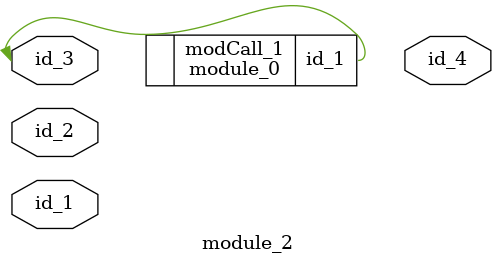
<source format=v>
module module_0 (
    id_1
);
  inout wire id_1;
  wire id_2;
  wire id_3;
  wire id_4;
  assign module_1.id_1 = 0;
  assign id_1 = -1;
  wire id_5, id_6;
  assign id_4 = id_5;
  assign id_5 = id_4;
  assign id_3 = id_6;
endmodule
module module_1;
  parameter id_1 = id_1;
  assign id_2 = id_1;
  wire id_3;
  module_0 modCall_1 (id_3);
endmodule
module module_2 (
    id_1,
    id_2,
    id_3,
    id_4
);
  output wire id_4;
  inout wire id_3;
  input wire id_2;
  input wire id_1;
  module_0 modCall_1 (id_3);
endmodule

</source>
